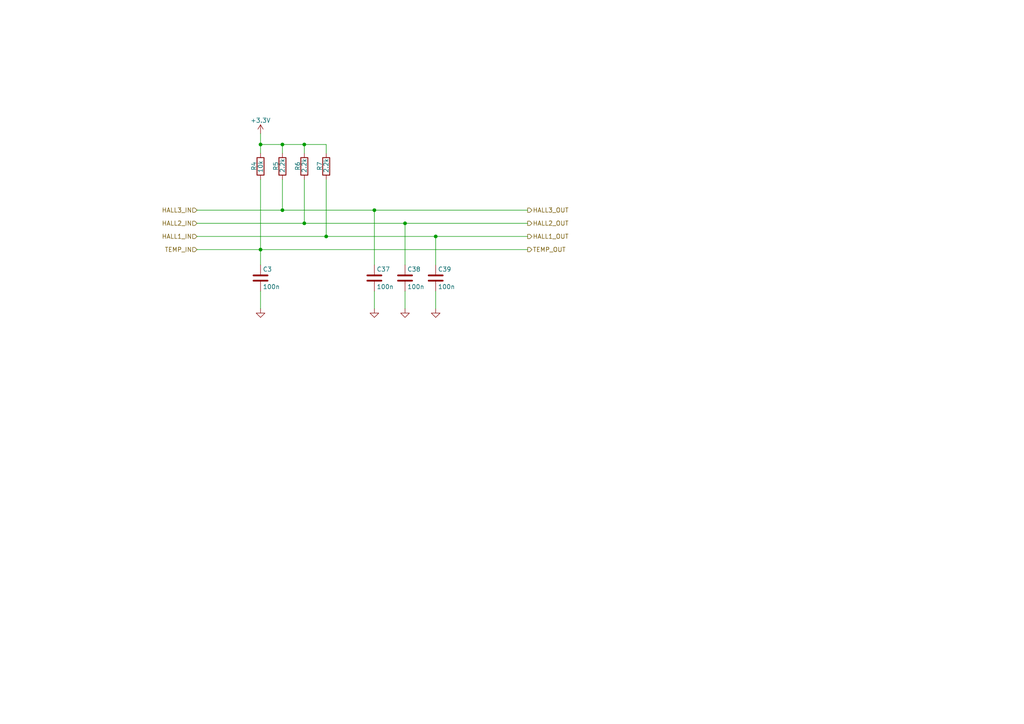
<source format=kicad_sch>
(kicad_sch (version 20211123) (generator eeschema)
  (paper "A4")
  (title_block (title "BLDC motor controller") (date "2022-12-11") (rev "1.0.0"))
  (lib_symbols
    (symbol "Device:C" (pin_numbers hide) (pin_names (offset 0.254))
      (property "Reference" "C" (at 0.635 2.54 0))
      (property "Value" "C" (at 0.635 -2.54 0))
      (symbol "C_0_1"
        (polyline (pts (xy -2.032 -0.762) (xy 2.032 -0.762)) (stroke (width 0.508)))
        (polyline (pts (xy -2.032 0.762) (xy 2.032 0.762)) (stroke (width 0.508)))
      )
      (symbol "C_1_1"
        (pin passive line (at 0 3.81 270) (length 2.794) (name "~") (number "1"))
        (pin passive line (at 0 -3.81 90) (length 2.794) (name "~") (number "2"))
      )
    )
    (symbol "Device:R" (pin_numbers hide) (pin_names (offset 0))
      (property "Reference" "R" (at 2.032 0 90))
      (property "Value" "R" (at 0 0 90))
      (symbol "R_0_1"
        (rectangle (start -1.016 -2.54) (end 1.016 2.54) (stroke (width 0.254)))
      )
      (symbol "R_1_1"
        (pin passive line (at 0 3.81 270) (length 1.27) (name "~") (number "1"))
        (pin passive line (at 0 -3.81 90) (length 1.27) (name "~") (number "2"))
      )
    )
    (symbol "power:+3.3V" (power) (pin_names (offset 0))
      (property "Value" "+3.3V" (at 0 3.556 0))
      (symbol "+3.3V_0_1"
        (polyline (pts (xy -0.762 1.27) (xy 0 2.54)))
        (polyline (pts (xy 0 0) (xy 0 2.54)))
        (polyline (pts (xy 0 2.54) (xy 0.762 1.27)))
      )
      (symbol "+3.3V_1_1"
        (pin power_in line (at 0 0 90) (length 0) hide (name "+3.3V") (number "1"))
      )
    )
    (symbol "power:GND" (power) (pin_names (offset 0))
      (property "Value" "GND" (at 0 -3.81 0))
      (symbol "GND_0_1"
        (polyline (pts (xy 0 0) (xy 0 -1.27) (xy 1.27 -1.27) (xy 0 -2.54) (xy -1.27 -1.27) (xy 0 -1.27)))
      )
      (symbol "GND_1_1"
        (pin power_in line (at 0 0 270) (length 0) hide (name "GND") (number "1"))
      )
    )
  )
  (junction (at 81.915 41.91))
  (junction (at 75.565 72.39))
  (junction (at 88.265 64.77))
  (junction (at 108.585 60.96))
  (junction (at 126.365 68.58))
  (junction (at 94.615 68.58))
  (junction (at 75.565 41.91))
  (junction (at 81.915 60.96))
  (junction (at 117.475 64.77))
  (junction (at 88.265 41.91))
  (wire (pts (xy 75.565 41.91) (xy 75.565 44.45)))
  (wire (pts (xy 88.265 64.77) (xy 117.475 64.77)))
  (wire (pts (xy 126.365 68.58) (xy 126.365 76.835)))
  (wire (pts (xy 57.15 72.39) (xy 75.565 72.39)))
  (wire (pts (xy 117.475 64.77) (xy 117.475 76.835)))
  (wire (pts (xy 75.565 72.39) (xy 153.035 72.39)))
  (wire (pts (xy 108.585 60.96) (xy 108.585 76.835)))
  (wire (pts (xy 126.365 68.58) (xy 153.035 68.58)))
  (wire (pts (xy 117.475 64.77) (xy 153.035 64.77)))
  (wire (pts (xy 81.915 41.91) (xy 75.565 41.91)))
  (wire (pts (xy 75.565 72.39) (xy 75.565 76.835)))
  (wire (pts (xy 81.915 60.96) (xy 81.915 52.07)))
  (wire (pts (xy 81.915 60.96) (xy 108.585 60.96)))
  (wire (pts (xy 94.615 68.58) (xy 126.365 68.58)))
  (wire (pts (xy 75.565 84.455) (xy 75.565 89.535)))
  (wire (pts (xy 126.365 84.455) (xy 126.365 89.535)))
  (wire (pts (xy 88.265 64.77) (xy 88.265 52.07)))
  (wire (pts (xy 81.915 44.45) (xy 81.915 41.91)))
  (wire (pts (xy 94.615 41.91) (xy 88.265 41.91)))
  (wire (pts (xy 57.15 60.96) (xy 81.915 60.96)))
  (wire (pts (xy 94.615 44.45) (xy 94.615 41.91)))
  (wire (pts (xy 117.475 84.455) (xy 117.475 89.535)))
  (wire (pts (xy 57.15 68.58) (xy 94.615 68.58)))
  (wire (pts (xy 88.265 41.91) (xy 81.915 41.91)))
  (wire (pts (xy 108.585 84.455) (xy 108.585 89.535)))
  (wire (pts (xy 108.585 60.96) (xy 153.035 60.96)))
  (wire (pts (xy 75.565 72.39) (xy 75.565 52.07)))
  (wire (pts (xy 57.15 64.77) (xy 88.265 64.77)))
  (wire (pts (xy 88.265 44.45) (xy 88.265 41.91)))
  (wire (pts (xy 75.565 38.735) (xy 75.565 41.91)))
  (wire (pts (xy 94.615 68.58) (xy 94.615 52.07)))
  (hierarchical_label "TEMP_OUT" (shape output) (at 153.035 72.39 0))
  (hierarchical_label "TEMP_IN" (shape input) (at 57.15 72.39 180))
  (hierarchical_label "HALL1_IN" (shape input) (at 57.15 68.58 180))
  (hierarchical_label "HALL2_OUT" (shape output) (at 153.035 64.77 0))
  (hierarchical_label "HALL3_IN" (shape input) (at 57.15 60.96 180))
  (hierarchical_label "HALL3_OUT" (shape output) (at 153.035 60.96 0))
  (hierarchical_label "HALL2_IN" (shape input) (at 57.15 64.77 180))
  (hierarchical_label "HALL1_OUT" (shape output) (at 153.035 68.58 0))
  (symbol (lib_id "Device:R") (at 88.265 48.26 0) (unit 1)
    (property "Reference" "R6" (at 86.36 49.53 90) (effects (justify left)))
    (property "Value" "2.2k" (at 88.265 50.165 90) (effects (justify left)))
  )
  (symbol (lib_id "Device:R") (at 94.615 48.26 0) (unit 1)
    (property "Reference" "R7" (at 92.71 49.53 90) (effects (justify left)))
    (property "Value" "2.2k" (at 94.615 50.165 90) (effects (justify left)))
  )
  (symbol (lib_id "power:+3.3V") (at 75.565 38.735 0) (unit 1)
    (property "Reference" "#PWR06" (effects hide))
    (property "Value" "+3.3V" (at 75.565 34.925 0))
  )
  (symbol (lib_id "Device:R") (at 75.565 48.26 0) (unit 1)
    (property "Reference" "R4" (at 73.66 49.53 90) (effects (justify left)))
    (property "Value" "10k" (at 75.565 50.165 90) (effects (justify left)))
  )
  (symbol (lib_id "power:GND") (at 126.365 89.535 0) (unit 1)
    (property "Reference" "#GND034" (effects hide))
    (property "Value" "GND" (effects hide))
  )
  (symbol (lib_id "power:GND") (at 108.585 89.535 0) (unit 1)
    (property "Reference" "#GND032" (effects hide))
    (property "Value" "GND" (effects hide))
  )
  (symbol (lib_id "Device:C") (at 108.585 80.645 0) (unit 1)
    (property "Reference" "C37" (at 109.22 78.105 0) (effects (justify left)))
    (property "Value" "100n" (at 109.22 83.185 0) (effects (justify left)))
  )
  (symbol (lib_id "Device:R") (at 81.915 48.26 0) (unit 1)
    (property "Reference" "R5" (at 80.01 49.53 90) (effects (justify left)))
    (property "Value" "2.2k" (at 81.915 50.165 90) (effects (justify left)))
  )
  (symbol (lib_id "power:GND") (at 117.475 89.535 0) (unit 1)
    (property "Reference" "#GND033" (effects hide))
    (property "Value" "GND" (effects hide))
  )
  (symbol (lib_id "Device:C") (at 75.565 80.645 0) (unit 1)
    (property "Reference" "C3" (at 76.2 78.105 0) (effects (justify left)))
    (property "Value" "100n" (at 76.2 83.185 0) (effects (justify left)))
  )
  (symbol (lib_id "power:GND") (at 75.565 89.535 0) (unit 1)
    (property "Reference" "#GND09" (effects hide))
    (property "Value" "GND" (effects hide))
  )
  (symbol (lib_id "Device:C") (at 117.475 80.645 0) (unit 1)
    (property "Reference" "C38" (at 118.11 78.105 0) (effects (justify left)))
    (property "Value" "100n" (at 118.11 83.185 0) (effects (justify left)))
  )
  (symbol (lib_id "Device:C") (at 126.365 80.645 0) (unit 1)
    (property "Reference" "C39" (at 127 78.105 0) (effects (justify left)))
    (property "Value" "100n" (at 127 83.185 0) (effects (justify left)))
  )
)
</source>
